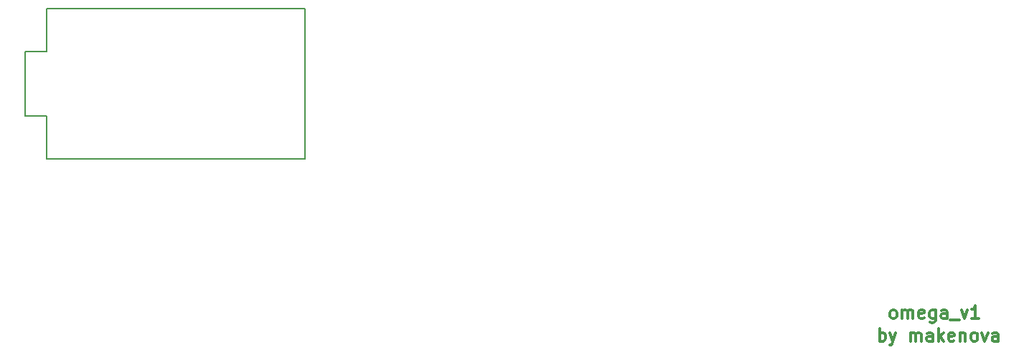
<source format=gbr>
G04 #@! TF.GenerationSoftware,KiCad,Pcbnew,(5.1.4-0-10_14)*
G04 #@! TF.CreationDate,2020-06-19T11:18:16-05:00*
G04 #@! TF.ProjectId,omega_solder,6f6d6567-615f-4736-9f6c-6465722e6b69,rev?*
G04 #@! TF.SameCoordinates,Original*
G04 #@! TF.FileFunction,Legend,Top*
G04 #@! TF.FilePolarity,Positive*
%FSLAX46Y46*%
G04 Gerber Fmt 4.6, Leading zero omitted, Abs format (unit mm)*
G04 Created by KiCad (PCBNEW (5.1.4-0-10_14)) date 2020-06-19 11:18:16*
%MOMM*%
%LPD*%
G04 APERTURE LIST*
%ADD10C,0.300000*%
%ADD11C,0.150000*%
G04 APERTURE END LIST*
D10*
X154290000Y-80942571D02*
X154290000Y-79442571D01*
X154290000Y-80014000D02*
X154432857Y-79942571D01*
X154718571Y-79942571D01*
X154861428Y-80014000D01*
X154932857Y-80085428D01*
X155004285Y-80228285D01*
X155004285Y-80656857D01*
X154932857Y-80799714D01*
X154861428Y-80871142D01*
X154718571Y-80942571D01*
X154432857Y-80942571D01*
X154290000Y-80871142D01*
X155504285Y-79942571D02*
X155861428Y-80942571D01*
X156218571Y-79942571D02*
X155861428Y-80942571D01*
X155718571Y-81299714D01*
X155647142Y-81371142D01*
X155504285Y-81442571D01*
X157932857Y-80942571D02*
X157932857Y-79942571D01*
X157932857Y-80085428D02*
X158004285Y-80014000D01*
X158147142Y-79942571D01*
X158361428Y-79942571D01*
X158504285Y-80014000D01*
X158575714Y-80156857D01*
X158575714Y-80942571D01*
X158575714Y-80156857D02*
X158647142Y-80014000D01*
X158790000Y-79942571D01*
X159004285Y-79942571D01*
X159147142Y-80014000D01*
X159218571Y-80156857D01*
X159218571Y-80942571D01*
X160575714Y-80942571D02*
X160575714Y-80156857D01*
X160504285Y-80014000D01*
X160361428Y-79942571D01*
X160075714Y-79942571D01*
X159932857Y-80014000D01*
X160575714Y-80871142D02*
X160432857Y-80942571D01*
X160075714Y-80942571D01*
X159932857Y-80871142D01*
X159861428Y-80728285D01*
X159861428Y-80585428D01*
X159932857Y-80442571D01*
X160075714Y-80371142D01*
X160432857Y-80371142D01*
X160575714Y-80299714D01*
X161290000Y-80942571D02*
X161290000Y-79442571D01*
X161432857Y-80371142D02*
X161861428Y-80942571D01*
X161861428Y-79942571D02*
X161290000Y-80514000D01*
X163075714Y-80871142D02*
X162932857Y-80942571D01*
X162647142Y-80942571D01*
X162504285Y-80871142D01*
X162432857Y-80728285D01*
X162432857Y-80156857D01*
X162504285Y-80014000D01*
X162647142Y-79942571D01*
X162932857Y-79942571D01*
X163075714Y-80014000D01*
X163147142Y-80156857D01*
X163147142Y-80299714D01*
X162432857Y-80442571D01*
X163790000Y-79942571D02*
X163790000Y-80942571D01*
X163790000Y-80085428D02*
X163861428Y-80014000D01*
X164004285Y-79942571D01*
X164218571Y-79942571D01*
X164361428Y-80014000D01*
X164432857Y-80156857D01*
X164432857Y-80942571D01*
X165361428Y-80942571D02*
X165218571Y-80871142D01*
X165147142Y-80799714D01*
X165075714Y-80656857D01*
X165075714Y-80228285D01*
X165147142Y-80085428D01*
X165218571Y-80014000D01*
X165361428Y-79942571D01*
X165575714Y-79942571D01*
X165718571Y-80014000D01*
X165790000Y-80085428D01*
X165861428Y-80228285D01*
X165861428Y-80656857D01*
X165790000Y-80799714D01*
X165718571Y-80871142D01*
X165575714Y-80942571D01*
X165361428Y-80942571D01*
X166361428Y-79942571D02*
X166718571Y-80942571D01*
X167075714Y-79942571D01*
X168290000Y-80942571D02*
X168290000Y-80156857D01*
X168218571Y-80014000D01*
X168075714Y-79942571D01*
X167790000Y-79942571D01*
X167647142Y-80014000D01*
X168290000Y-80871142D02*
X168147142Y-80942571D01*
X167790000Y-80942571D01*
X167647142Y-80871142D01*
X167575714Y-80728285D01*
X167575714Y-80585428D01*
X167647142Y-80442571D01*
X167790000Y-80371142D01*
X168147142Y-80371142D01*
X168290000Y-80299714D01*
X155817714Y-78275571D02*
X155674857Y-78204142D01*
X155603428Y-78132714D01*
X155532000Y-77989857D01*
X155532000Y-77561285D01*
X155603428Y-77418428D01*
X155674857Y-77347000D01*
X155817714Y-77275571D01*
X156032000Y-77275571D01*
X156174857Y-77347000D01*
X156246285Y-77418428D01*
X156317714Y-77561285D01*
X156317714Y-77989857D01*
X156246285Y-78132714D01*
X156174857Y-78204142D01*
X156032000Y-78275571D01*
X155817714Y-78275571D01*
X156960571Y-78275571D02*
X156960571Y-77275571D01*
X156960571Y-77418428D02*
X157032000Y-77347000D01*
X157174857Y-77275571D01*
X157389142Y-77275571D01*
X157532000Y-77347000D01*
X157603428Y-77489857D01*
X157603428Y-78275571D01*
X157603428Y-77489857D02*
X157674857Y-77347000D01*
X157817714Y-77275571D01*
X158032000Y-77275571D01*
X158174857Y-77347000D01*
X158246285Y-77489857D01*
X158246285Y-78275571D01*
X159532000Y-78204142D02*
X159389142Y-78275571D01*
X159103428Y-78275571D01*
X158960571Y-78204142D01*
X158889142Y-78061285D01*
X158889142Y-77489857D01*
X158960571Y-77347000D01*
X159103428Y-77275571D01*
X159389142Y-77275571D01*
X159532000Y-77347000D01*
X159603428Y-77489857D01*
X159603428Y-77632714D01*
X158889142Y-77775571D01*
X160889142Y-77275571D02*
X160889142Y-78489857D01*
X160817714Y-78632714D01*
X160746285Y-78704142D01*
X160603428Y-78775571D01*
X160389142Y-78775571D01*
X160246285Y-78704142D01*
X160889142Y-78204142D02*
X160746285Y-78275571D01*
X160460571Y-78275571D01*
X160317714Y-78204142D01*
X160246285Y-78132714D01*
X160174857Y-77989857D01*
X160174857Y-77561285D01*
X160246285Y-77418428D01*
X160317714Y-77347000D01*
X160460571Y-77275571D01*
X160746285Y-77275571D01*
X160889142Y-77347000D01*
X162246285Y-78275571D02*
X162246285Y-77489857D01*
X162174857Y-77347000D01*
X162032000Y-77275571D01*
X161746285Y-77275571D01*
X161603428Y-77347000D01*
X162246285Y-78204142D02*
X162103428Y-78275571D01*
X161746285Y-78275571D01*
X161603428Y-78204142D01*
X161532000Y-78061285D01*
X161532000Y-77918428D01*
X161603428Y-77775571D01*
X161746285Y-77704142D01*
X162103428Y-77704142D01*
X162246285Y-77632714D01*
X162603428Y-78418428D02*
X163746285Y-78418428D01*
X163960571Y-77275571D02*
X164317714Y-78275571D01*
X164674857Y-77275571D01*
X166032000Y-78275571D02*
X165174857Y-78275571D01*
X165603428Y-78275571D02*
X165603428Y-76775571D01*
X165460571Y-76989857D01*
X165317714Y-77132714D01*
X165174857Y-77204142D01*
D11*
X56007000Y-59436000D02*
X86487000Y-59436000D01*
X56007000Y-54356000D02*
X56007000Y-59436000D01*
X53467000Y-54356000D02*
X56007000Y-54356000D01*
X53467000Y-46736000D02*
X53467000Y-54356000D01*
X56007000Y-46736000D02*
X53467000Y-46736000D01*
X56007000Y-41656000D02*
X56007000Y-46736000D01*
X86487000Y-41656000D02*
X56007000Y-41656000D01*
X86487000Y-59436000D02*
X86487000Y-41656000D01*
M02*

</source>
